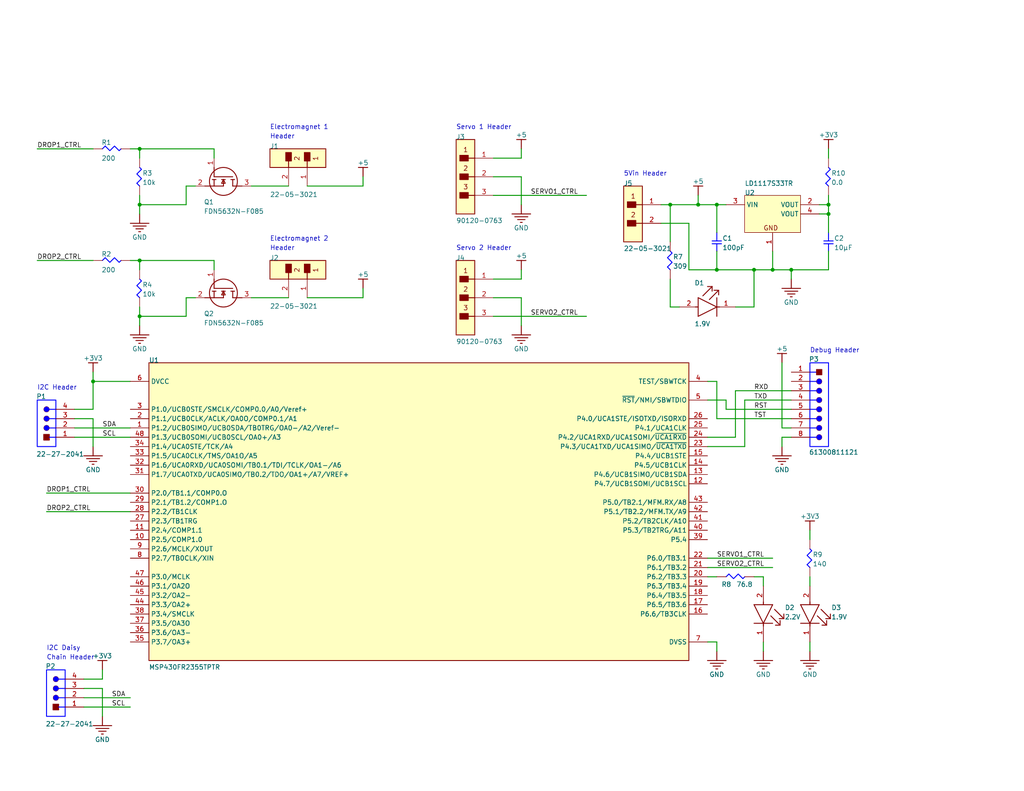
<source format=kicad_sch>
(kicad_sch (version 20230121) (generator eeschema)
  (paper "A")
  (lib_symbols
    (symbol "MSB-altium-import:+3V3" (power)
      (property "Reference" "#PWR" (at 0 0 0))
      (property "Value" "+3V3" (at 0 3.81 0))
      (symbol "+3V3_0_0"
        (polyline (pts (xy -1.27 -2.54) (xy 1.27 -2.54)) (stroke (width 0.254)))
        (polyline (pts (xy 0 0) (xy 0 -2.54)) (stroke (width 0.254)))
        (pin power_in line (at 0 0 0) (length 0) hide (name "+3V3") (number ""))
      )
    )
    (symbol "MSB-altium-import:+5" (power)
      (property "Reference" "#PWR" (at 0 0 0))
      (property "Value" "+5" (at 0 3.81 0))
      (symbol "+5_0_0"
        (polyline (pts (xy -1.27 -2.54) (xy 1.27 -2.54)) (stroke (width 0.254)))
        (polyline (pts (xy 0 0) (xy 0 -2.54)) (stroke (width 0.254)))
        (pin power_in line (at 0 0 0) (length 0) hide (name "+5") (number ""))
      )
    )
    (symbol "MSB-altium-import:GND" (power)
      (property "Reference" "#PWR" (at 0 0 0))
      (property "Value" "GND" (at 0 6.35 0))
      (symbol "GND_0_0"
        (polyline (pts (xy -2.54 -2.54) (xy 2.54 -2.54)) (stroke (width 0.254)))
        (polyline (pts (xy -1.778 -3.302) (xy 1.778 -3.302)) (stroke (width 0.254)))
        (polyline (pts (xy -1.016 -4.064) (xy 1.016 -4.064)) (stroke (width 0.254)))
        (polyline (pts (xy -0.254 -4.826) (xy 0.254 -4.826)) (stroke (width 0.254)))
        (polyline (pts (xy 0 0) (xy 0 -2.54)) (stroke (width 0.254)))
        (pin power_in line (at 0 0 0) (length 0) hide (name "GND") (number ""))
      )
    )
    (symbol "MSB-altium-import:root_0_0d3f023dd272f625e17a2be33dea85f"
      (symbol "root_0_0d3f023dd272f625e17a2be33dea85f_1_0"
        (rectangle (start -6.858 -9.398) (end -9.144 -10.922) (stroke (width 0.254)) (fill (type outline)))
        (rectangle (start -6.858 -4.318) (end -9.144 -5.842) (stroke (width 0.254)) (fill (type outline)))
        (rectangle (start -6.858 0.762) (end -9.144 -0.762) (stroke (width 0.254)) (fill (type outline)))
        (rectangle (start -5.08 5.08) (end -10.16 -15.24) (stroke (width 0.254)) (fill (type background)))
        (polyline (pts (xy -6.858 -10.16) (xy -5.08 -10.16)) (stroke (width 0.254)))
        (polyline (pts (xy -6.858 -5.08) (xy -5.08 -5.08)) (stroke (width 0.254)))
        (polyline (pts (xy -6.858 0) (xy -5.08 0)) (stroke (width 0.254)))
        (text "1" (at -6.858 3.048 0) (effects (font (size 1.27 1.27)) (justify right top)))
        (text "2" (at -6.858 -2.032 0) (effects (font (size 1.27 1.27)) (justify right top)))
        (text "3" (at -6.858 -7.112 0) (effects (font (size 1.27 1.27)) (justify right top)))
        (pin passive line (at 0 0 180) (length 5.08) (name "1") (number "1"))
        (pin passive line (at 0 -5.08 180) (length 5.08) (name "2") (number "2"))
        (pin passive line (at 0 -10.16 180) (length 5.08) (name "3") (number "3"))
      )
    )
    (symbol "MSB-altium-import:root_0_3bc925449376181038e59eaffc5286c"
      (symbol "root_0_3bc925449376181038e59eaffc5286c_1_0"
        (rectangle (start -6.858 -4.318) (end -9.144 -5.842) (stroke (width 0.254)) (fill (type outline)))
        (rectangle (start -6.858 0.762) (end -9.144 -0.762) (stroke (width 0.254)) (fill (type outline)))
        (rectangle (start -5.08 5.08) (end -10.16 -10.16) (stroke (width 0.254)) (fill (type background)))
        (polyline (pts (xy -6.858 -5.08) (xy -5.08 -5.08)) (stroke (width 0.254)))
        (polyline (pts (xy -6.858 0) (xy -5.08 0)) (stroke (width 0.254)))
        (text "1" (at -6.858 3.048 0) (effects (font (size 1.27 1.27)) (justify right top)))
        (text "2" (at -6.858 -2.032 0) (effects (font (size 1.27 1.27)) (justify right top)))
        (pin passive line (at 0 0 180) (length 5.08) (name "1") (number "1"))
        (pin passive line (at 0 -5.08 180) (length 5.08) (name "2") (number "2"))
      )
    )
    (symbol "MSB-altium-import:root_0_8706943c75ba83719d021d2fdc84c58"
      (symbol "root_0_8706943c75ba83719d021d2fdc84c58_1_0"
        (polyline (pts (xy 5.08 -2.54) (xy 10.16 0)) (stroke (width 0.254)))
        (polyline (pts (xy 5.08 0) (xy 4.318 0)) (stroke (width 0.254)))
        (polyline (pts (xy 5.08 2.54) (xy 5.08 -2.54)) (stroke (width 0.254)))
        (polyline (pts (xy 5.08 2.54) (xy 10.16 0)) (stroke (width 0.254)))
        (polyline (pts (xy 6.35 3.048) (xy 8.89 5.588)) (stroke (width 0.254)))
        (polyline (pts (xy 8.128 2.032) (xy 10.668 4.572)) (stroke (width 0.254)))
        (polyline (pts (xy 8.89 5.588) (xy 7.62 5.588)) (stroke (width 0.254)))
        (polyline (pts (xy 8.89 5.588) (xy 8.89 4.318)) (stroke (width 0.254)))
        (polyline (pts (xy 10.16 0) (xy 10.922 0)) (stroke (width 0.254)))
        (polyline (pts (xy 10.16 2.54) (xy 10.16 -2.54)) (stroke (width 0.254)))
        (polyline (pts (xy 10.668 4.572) (xy 9.398 4.572)) (stroke (width 0.254)))
        (polyline (pts (xy 10.668 4.572) (xy 10.668 3.302)) (stroke (width 0.254)))
        (pin passive line (at 15.24 0 180) (length 5.08) (name "C") (number "1"))
        (pin passive line (at 0 0 0) (length 5.08) (name "A") (number "2"))
      )
    )
    (symbol "MSB-altium-import:root_0_ERJ-6ENF76R8V"
      (symbol "root_0_ERJ-6ENF76R8V_1_0"
        (polyline (pts (xy -1.778 0.762) (xy -2.54 0)) (stroke (width 0.254) (color 0 0 255 1)))
        (polyline (pts (xy -1.778 0.762) (xy -0.508 -0.508) (xy 0.762 0.762) (xy 2.032 -0.508) (xy 2.54 0)) (stroke (width 0.254) (color 0 0 255 1)))
        (pin passive line (at -5.08 0 0) (length 2.54) (name "1") (number "1"))
        (pin passive line (at 5.08 0 180) (length 2.54) (name "2") (number "2"))
      )
    )
    (symbol "MSB-altium-import:root_0_ERJ-PB6D2000V"
      (symbol "root_0_ERJ-PB6D2000V_1_0"
        (polyline (pts (xy -1.778 0.762) (xy -2.54 0)) (stroke (width 0.254) (color 0 0 255 1)))
        (polyline (pts (xy -1.778 0.762) (xy -0.508 -0.508) (xy 0.762 0.762) (xy 2.032 -0.508) (xy 2.54 0)) (stroke (width 0.254) (color 0 0 255 1)))
        (pin passive line (at -5.08 0 0) (length 2.54) (name "1") (number "1"))
        (pin passive line (at 5.08 0 180) (length 2.54) (name "2") (number "2"))
      )
    )
    (symbol "MSB-altium-import:root_0_GCJ21BR71A106KE01L"
      (symbol "root_0_GCJ21BR71A106KE01L_1_0"
        (polyline (pts (xy -1.27 -0.508) (xy 1.27 -0.508)) (stroke (width 0.254) (color 0 0 255 1)))
        (polyline (pts (xy -1.27 0.254) (xy 1.27 0.254)) (stroke (width 0.254) (color 0 0 255 1)))
        (polyline (pts (xy 0 -2.54) (xy 0 -0.508)) (stroke (width 0.254) (color 0 0 255 1)))
        (polyline (pts (xy 0 0.254) (xy 0 2.54)) (stroke (width 0.254) (color 0 0 255 1)))
        (pin passive line (at 0 2.54 270) (length 0) (name "1") (number "1"))
        (pin passive line (at 0 -2.54 90) (length 0) (name "2") (number "2"))
      )
    )
    (symbol "MSB-altium-import:root_0_GQM2195C1H101JB01D"
      (symbol "root_0_GQM2195C1H101JB01D_1_0"
        (polyline (pts (xy -1.27 -0.508) (xy 1.27 -0.508)) (stroke (width 0.254) (color 0 0 255 1)))
        (polyline (pts (xy -1.27 0.254) (xy 1.27 0.254)) (stroke (width 0.254) (color 0 0 255 1)))
        (polyline (pts (xy 0 -2.54) (xy 0 -0.508)) (stroke (width 0.254) (color 0 0 255 1)))
        (polyline (pts (xy 0 0.254) (xy 0 2.54)) (stroke (width 0.254) (color 0 0 255 1)))
        (pin passive line (at 0 2.54 270) (length 0) (name "1") (number "1"))
        (pin passive line (at 0 -2.54 90) (length 0) (name "2") (number "2"))
      )
    )
    (symbol "MSB-altium-import:root_0_PM-REG-LD1117-SOT4"
      (symbol "root_0_PM-REG-LD1117-SOT4_1_0"
        (rectangle (start 15.24 0) (end 0 -10.16) (fill (type background)))
        (text "GND" (at 5.08 -9.652 0) (effects (font (size 1.27 1.27)) (justify left bottom)))
        (pin power_in line (at 7.62 -15.24 90) (length 5.08) (name "GND") (number "1"))
        (pin power_in line (at 20.32 -2.54 180) (length 5.08) (name "VOUT") (number "2"))
        (pin power_in line (at -5.08 -2.54 0) (length 5.08) (name "VIN") (number "3"))
        (pin power_in line (at 20.32 -5.08 180) (length 5.08) (name "VOUT") (number "4"))
      )
    )
    (symbol "MSB-altium-import:root_0_WE-CN-1P-M-R8"
      (symbol "root_0_WE-CN-1P-M-R8_1_0"
        (polyline (pts (xy 0 -20.32) (xy 1.778 -20.32)) (stroke (width 0.254) (color 0 0 255 1)))
        (polyline (pts (xy 0 -17.78) (xy 1.778 -17.78)) (stroke (width 0.254) (color 0 0 255 1)))
        (polyline (pts (xy 0 -15.24) (xy 1.778 -15.24)) (stroke (width 0.254) (color 0 0 255 1)))
        (polyline (pts (xy 0 -12.7) (xy 1.778 -12.7)) (stroke (width 0.254) (color 0 0 255 1)))
        (polyline (pts (xy 0 -10.16) (xy 1.778 -10.16)) (stroke (width 0.254) (color 0 0 255 1)))
        (polyline (pts (xy 0 -7.62) (xy 1.778 -7.62)) (stroke (width 0.254) (color 0 0 255 1)))
        (polyline (pts (xy 0 -5.08) (xy 1.778 -5.08)) (stroke (width 0.254) (color 0 0 255 1)))
        (polyline (pts (xy 0 -2.54) (xy 1.778 -2.54)) (stroke (width 0.254) (color 0 0 255 1)))
        (polyline (pts (xy 5.08 0) (xy 0 0) (xy 0 -22.86) (xy 5.08 -22.86) (xy 5.08 0)) (stroke (width 0.254) (color 0 0 255 1)))
        (circle (center 2.54 -20.32) (radius 0.762) (stroke (width 0.0001)) (fill (type color) (color 0 0 255 1)))
        (circle (center 2.54 -17.78) (radius 0.762) (stroke (width 0.0001)) (fill (type color) (color 0 0 255 1)))
        (circle (center 2.54 -15.24) (radius 0.762) (stroke (width 0.0001)) (fill (type color) (color 0 0 255 1)))
        (circle (center 2.54 -12.7) (radius 0.762) (stroke (width 0.0001)) (fill (type color) (color 0 0 255 1)))
        (circle (center 2.54 -10.16) (radius 0.762) (stroke (width 0.0001)) (fill (type color) (color 0 0 255 1)))
        (circle (center 2.54 -7.62) (radius 0.762) (stroke (width 0.0001)) (fill (type color) (color 0 0 255 1)))
        (circle (center 2.54 -5.08) (radius 0.762) (stroke (width 0.0001)) (fill (type color) (color 0 0 255 1)))
        (rectangle (start 3.302 -1.778) (end 1.778 -3.302) (fill (type outline)))
        (pin passive line (at -5.08 -2.54 0) (length 5.08) (name "1") (number "1"))
        (pin passive line (at -5.08 -5.08 0) (length 5.08) (name "2") (number "2"))
        (pin passive line (at -5.08 -7.62 0) (length 5.08) (name "3") (number "3"))
        (pin passive line (at -5.08 -10.16 0) (length 5.08) (name "4") (number "4"))
        (pin passive line (at -5.08 -12.7 0) (length 5.08) (name "5") (number "5"))
        (pin passive line (at -5.08 -15.24 0) (length 5.08) (name "6") (number "6"))
        (pin passive line (at -5.08 -17.78 0) (length 5.08) (name "7") (number "7"))
        (pin passive line (at -5.08 -20.32 0) (length 5.08) (name "8") (number "8"))
      )
    )
    (symbol "MSB-altium-import:root_0_bd983ca6877cdd146f198514b3acb3b"
      (symbol "root_0_bd983ca6877cdd146f198514b3acb3b_1_0"
        (rectangle (start 152.4 5.08) (end 5.08 -76.2) (stroke (width 0.254)) (fill (type background)))
        (pin bidirectional line (at 0 -12.7 0) (length 5.08) (name "P1.2/UCB0SIMO/UCB0SDA/TB0TRG/OA0-/A2/Veref-") (number "1"))
        (pin bidirectional line (at 0 -43.18 0) (length 5.08) (name "P2.5/COMP1.0") (number "10"))
        (pin bidirectional line (at 0 -40.64 0) (length 5.08) (name "P2.4/COMP1.1") (number "11"))
        (pin bidirectional line (at 157.48 -27.94 180) (length 5.08) (name "P4.7/UCB1SOMI/UCB1SCL") (number "12"))
        (pin bidirectional line (at 157.48 -25.4 180) (length 5.08) (name "P4.6/UCB1SIMO/UCB1SDA") (number "13"))
        (pin bidirectional line (at 157.48 -22.86 180) (length 5.08) (name "P4.5/UCB1CLK") (number "14"))
        (pin bidirectional line (at 157.48 -20.32 180) (length 5.08) (name "P4.4/UCB1STE") (number "15"))
        (pin bidirectional line (at 157.48 -63.5 180) (length 5.08) (name "P6.6/TB3CLK") (number "16"))
        (pin bidirectional line (at 157.48 -60.96 180) (length 5.08) (name "P6.5/TB3.6") (number "17"))
        (pin bidirectional line (at 157.48 -58.42 180) (length 5.08) (name "P6.4/TB3.5") (number "18"))
        (pin bidirectional line (at 157.48 -55.88 180) (length 5.08) (name "P6.3/TB3.4") (number "19"))
        (pin bidirectional line (at 0 -10.16 0) (length 5.08) (name "P1.1/UCB0CLK/ACLK/OA0O/COMP0.1/A1") (number "2"))
        (pin bidirectional line (at 157.48 -53.34 180) (length 5.08) (name "P6.2/TB3.3") (number "20"))
        (pin bidirectional line (at 157.48 -50.8 180) (length 5.08) (name "P6.1/TB3.2") (number "21"))
        (pin bidirectional line (at 157.48 -48.26 180) (length 5.08) (name "P6.0/TB3.1") (number "22"))
        (pin bidirectional line (at 157.48 -17.78 180) (length 5.08) (name "P4.3/UCA1TXD/UCA1SIMO/~{UCA1TXD}") (number "23"))
        (pin bidirectional line (at 157.48 -15.24 180) (length 5.08) (name "P4.2/UCA1RXD/UCA1SOMI/~{UCA1RXD}") (number "24"))
        (pin bidirectional line (at 157.48 -12.7 180) (length 5.08) (name "P4.1/UCA1CLK") (number "25"))
        (pin bidirectional line (at 157.48 -10.16 180) (length 5.08) (name "P4.0/UCA1STE/ISOTXD/ISORXD") (number "26"))
        (pin bidirectional line (at 0 -38.1 0) (length 5.08) (name "P2.3/TB1TRG") (number "27"))
        (pin bidirectional line (at 0 -35.56 0) (length 5.08) (name "P2.2/TB1CLK") (number "28"))
        (pin bidirectional line (at 0 -33.02 0) (length 5.08) (name "P2.1/TB1.2/COMP1.O") (number "29"))
        (pin bidirectional line (at 0 -7.62 0) (length 5.08) (name "P1.0/UCB0STE/SMCLK/COMP0.0/A0/Veref+") (number "3"))
        (pin bidirectional line (at 0 -30.48 0) (length 5.08) (name "P2.0/TB1.1/COMP0.O") (number "30"))
        (pin bidirectional line (at 0 -25.4 0) (length 5.08) (name "P1.7/UCA0TXD/UCA0SIMO/TB0.2/TDO/OA1+/A7/VREF+") (number "31"))
        (pin bidirectional line (at 0 -22.86 0) (length 5.08) (name "P1.6/UCA0RXD/UCA0SOMI/TB0.1/TDI/TCLK/OA1-/A6") (number "32"))
        (pin bidirectional line (at 0 -20.32 0) (length 5.08) (name "P1.5/UCA0CLK/TMS/OA1O/A5") (number "33"))
        (pin bidirectional line (at 0 -17.78 0) (length 5.08) (name "P1.4/UCA0STE/TCK/A4") (number "34"))
        (pin bidirectional line (at 0 -71.12 0) (length 5.08) (name "P3.7/OA3+") (number "35"))
        (pin bidirectional line (at 0 -68.58 0) (length 5.08) (name "P3.6/OA3-") (number "36"))
        (pin bidirectional line (at 0 -66.04 0) (length 5.08) (name "P3.5/OA3O") (number "37"))
        (pin bidirectional line (at 0 -63.5 0) (length 5.08) (name "P3.4/SMCLK") (number "38"))
        (pin bidirectional line (at 157.48 -43.18 180) (length 5.08) (name "P5.4") (number "39"))
        (pin bidirectional line (at 157.48 0 180) (length 5.08) (name "TEST/SBWTCK") (number "4"))
        (pin bidirectional line (at 157.48 -40.64 180) (length 5.08) (name "P5.3/TB2TRG/A11") (number "40"))
        (pin bidirectional line (at 157.48 -38.1 180) (length 5.08) (name "P5.2/TB2CLK/A10") (number "41"))
        (pin bidirectional line (at 157.48 -35.56 180) (length 5.08) (name "P5.1/TB2.2/MFM.TX/A9") (number "42"))
        (pin bidirectional line (at 157.48 -33.02 180) (length 5.08) (name "P5.0/TB2.1/MFM.RX/A8") (number "43"))
        (pin bidirectional line (at 0 -60.96 0) (length 5.08) (name "P3.3/OA2+") (number "44"))
        (pin bidirectional line (at 0 -58.42 0) (length 5.08) (name "P3.2/OA2-") (number "45"))
        (pin bidirectional line (at 0 -55.88 0) (length 5.08) (name "P3.1/OA2O") (number "46"))
        (pin bidirectional line (at 0 -53.34 0) (length 5.08) (name "P3.0/MCLK") (number "47"))
        (pin bidirectional line (at 0 -15.24 0) (length 5.08) (name "P1.3/UCB0SOMI/UCB0SCL/OA0+/A3") (number "48"))
        (pin input line (at 157.48 -5.08 180) (length 5.08) (name "~{RST}/NMI/SBWTDIO") (number "5"))
        (pin power_in line (at 0 0 0) (length 5.08) (name "DVCC") (number "6"))
        (pin power_in line (at 157.48 -71.12 180) (length 5.08) (name "DVSS") (number "7"))
        (pin bidirectional line (at 0 -48.26 0) (length 5.08) (name "P2.7/TB0CLK/XIN") (number "8"))
        (pin bidirectional line (at 0 -45.72 0) (length 5.08) (name "P2.6/MCLK/XOUT") (number "9"))
      )
    )
    (symbol "MSB-altium-import:root_1_ERJ-6ENF1002V"
      (symbol "root_1_ERJ-6ENF1002V_1_0"
        (polyline (pts (xy -0.762 -1.778) (xy 0 -2.54)) (stroke (width 0.254) (color 0 0 255 1)))
        (polyline (pts (xy -0.762 -1.778) (xy 0.508 -0.508) (xy -0.762 0.762) (xy 0.508 2.032) (xy 0 2.54)) (stroke (width 0.254) (color 0 0 255 1)))
        (pin passive line (at 0 -5.08 90) (length 2.54) (name "1") (number "1"))
        (pin passive line (at 0 5.08 270) (length 2.54) (name "2") (number "2"))
      )
    )
    (symbol "MSB-altium-import:root_1_ERJ-6ENF1400V"
      (symbol "root_1_ERJ-6ENF1400V_1_0"
        (polyline (pts (xy -0.762 -1.778) (xy 0 -2.54)) (stroke (width 0.254) (color 0 0 255 1)))
        (polyline (pts (xy -0.762 -1.778) (xy 0.508 -0.508) (xy -0.762 0.762) (xy 0.508 2.032) (xy 0 2.54)) (stroke (width 0.254) (color 0 0 255 1)))
        (pin passive line (at 0 -5.08 90) (length 2.54) (name "1") (number "1"))
        (pin passive line (at 0 5.08 270) (length 2.54) (name "2") (number "2"))
      )
    )
    (symbol "MSB-altium-import:root_1_ERJ-6ENF3090V"
      (symbol "root_1_ERJ-6ENF3090V_1_0"
        (polyline (pts (xy -0.762 -1.778) (xy 0 -2.54)) (stroke (width 0.254) (color 0 0 255 1)))
        (polyline (pts (xy -0.762 -1.778) (xy 0.508 -0.508) (xy -0.762 0.762) (xy 0.508 2.032) (xy 0 2.54)) (stroke (width 0.254) (color 0 0 255 1)))
        (pin passive line (at 0 -5.08 90) (length 2.54) (name "1") (number "1"))
        (pin passive line (at 0 5.08 270) (length 2.54) (name "2") (number "2"))
      )
    )
    (symbol "MSB-altium-import:root_1_ERJ-6GEY0R00V"
      (symbol "root_1_ERJ-6GEY0R00V_1_0"
        (polyline (pts (xy -0.762 -1.778) (xy 0 -2.54)) (stroke (width 0.254) (color 0 0 255 1)))
        (polyline (pts (xy -0.762 -1.778) (xy 0.508 -0.508) (xy -0.762 0.762) (xy 0.508 2.032) (xy 0 2.54)) (stroke (width 0.254) (color 0 0 255 1)))
        (pin passive line (at 0 -5.08 90) (length 2.54) (name "1") (number "1"))
        (pin passive line (at 0 5.08 270) (length 2.54) (name "2") (number "2"))
      )
    )
    (symbol "MSB-altium-import:root_2_CN-1P-M-R4"
      (symbol "root_2_CN-1P-M-R4_1_0"
        (circle (center -2.54 5.08) (radius 0.762) (stroke (width 0.0001)) (fill (type color) (color 0 0 255 1)))
        (circle (center -2.54 7.62) (radius 0.762) (stroke (width 0.0001)) (fill (type color) (color 0 0 255 1)))
        (circle (center -2.54 10.16) (radius 0.762) (stroke (width 0.0001)) (fill (type color) (color 0 0 255 1)))
        (rectangle (start -1.778 3.302) (end -3.302 1.778) (stroke (width 0.254)) (fill (type outline)))
        (polyline (pts (xy 0 2.54) (xy -1.778 2.54)) (stroke (width 0.254) (color 0 0 255 1)))
        (polyline (pts (xy 0 5.08) (xy -1.778 5.08)) (stroke (width 0.254) (color 0 0 255 1)))
        (polyline (pts (xy 0 7.62) (xy -1.778 7.62)) (stroke (width 0.254) (color 0 0 255 1)))
        (polyline (pts (xy 0 10.16) (xy -1.778 10.16)) (stroke (width 0.254) (color 0 0 255 1)))
        (polyline (pts (xy 0 0) (xy 0 12.7) (xy -5.08 12.7) (xy -5.08 0) (xy 0 0)) (stroke (width 0.254) (color 0 0 255 1)))
        (pin passive line (at 5.08 2.54 180) (length 5.08) (name "1") (number "1"))
        (pin passive line (at 5.08 5.08 180) (length 5.08) (name "2") (number "2"))
        (pin passive line (at 5.08 7.62 180) (length 5.08) (name "3") (number "3"))
        (pin passive line (at 5.08 10.16 180) (length 5.08) (name "4") (number "4"))
      )
    )
    (symbol "MSB-altium-import:root_3_3bc925449376181038e59eaffc5286c"
      (symbol "root_3_3bc925449376181038e59eaffc5286c_1_0"
        (rectangle (start -4.318 9.144) (end -5.842 6.858) (stroke (width 0.254)) (fill (type outline)))
        (polyline (pts (xy -5.08 6.858) (xy -5.08 5.08)) (stroke (width 0.254)))
        (polyline (pts (xy 0 6.858) (xy 0 5.08)) (stroke (width 0.254)))
        (rectangle (start 0.762 9.144) (end -0.762 6.858) (stroke (width 0.254)) (fill (type outline)))
        (rectangle (start 5.08 10.16) (end -10.16 5.08) (stroke (width 0.254)) (fill (type background)))
        (text "1" (at 3.048 6.858 900) (effects (font (size 1.27 1.27)) (justify left bottom)))
        (text "2" (at -2.032 6.858 900) (effects (font (size 1.27 1.27)) (justify left bottom)))
        (pin passive line (at 0 0 90) (length 5.08) (name "1") (number "1"))
        (pin passive line (at -5.08 0 90) (length 5.08) (name "2") (number "2"))
      )
    )
    (symbol "MSB-altium-import:root_3_8706943c75ba83719d021d2fdc84c58"
      (symbol "root_3_8706943c75ba83719d021d2fdc84c58_1_0"
        (polyline (pts (xy -2.54 -5.08) (xy 0 -10.16)) (stroke (width 0.254)))
        (polyline (pts (xy 0 -10.16) (xy 0 -10.922)) (stroke (width 0.254)))
        (polyline (pts (xy 0 -5.08) (xy 0 -4.318)) (stroke (width 0.254)))
        (polyline (pts (xy 2.032 -8.128) (xy 4.572 -10.668)) (stroke (width 0.254)))
        (polyline (pts (xy 2.54 -10.16) (xy -2.54 -10.16)) (stroke (width 0.254)))
        (polyline (pts (xy 2.54 -5.08) (xy -2.54 -5.08)) (stroke (width 0.254)))
        (polyline (pts (xy 2.54 -5.08) (xy 0 -10.16)) (stroke (width 0.254)))
        (polyline (pts (xy 3.048 -6.35) (xy 5.588 -8.89)) (stroke (width 0.254)))
        (polyline (pts (xy 4.572 -10.668) (xy 3.302 -10.668)) (stroke (width 0.254)))
        (polyline (pts (xy 4.572 -10.668) (xy 4.572 -9.398)) (stroke (width 0.254)))
        (polyline (pts (xy 5.588 -8.89) (xy 4.318 -8.89)) (stroke (width 0.254)))
        (polyline (pts (xy 5.588 -8.89) (xy 5.588 -7.62)) (stroke (width 0.254)))
        (pin passive line (at 0 -15.24 90) (length 5.08) (name "C") (number "1"))
        (pin passive line (at 0 0 270) (length 5.08) (name "A") (number "2"))
      )
    )
    (symbol "MSB-altium-import:root_3_FDN5632N-F085"
      (symbol "root_3_FDN5632N-F085_1_0"
        (polyline (pts (xy -2.54 -7.62) (xy 2.54 -7.62)) (stroke (width 0.254)))
        (polyline (pts (xy 0 -7.62) (xy 0 -5.842)) (stroke (width 0.254)))
        (polyline (pts (xy 0 -5.08) (xy 0 -2.54)) (stroke (width 0.254)))
        (polyline (pts (xy 0.508 -5.842) (xy -0.508 -5.842)) (stroke (width 0.254)))
        (polyline (pts (xy 2.54 -5.842) (xy 2.54 -7.62)) (stroke (width 0.254)))
        (polyline (pts (xy 3.048 -5.842) (xy 2.032 -5.842)) (stroke (width 0.254)))
        (polyline (pts (xy 4.572 -5.842) (xy 5.588 -5.842)) (stroke (width 0.254)))
        (polyline (pts (xy 5.08 -5.842) (xy 5.08 -7.62)) (stroke (width 0.254)))
        (polyline (pts (xy 5.08 -5.08) (xy 0 -5.08)) (stroke (width 0.254)))
        (polyline (pts (xy 7.62 -7.62) (xy 5.08 -7.62)) (stroke (width 0.254)))
        (polyline (pts (xy 2.54 -5.842) (xy 3.048 -6.858) (xy 2.032 -6.858) (xy 2.54 -5.842)) (stroke (width 0.254)) (fill (type background)))
        (circle (center 2.54 -6.35) (radius 3.81) (stroke (width 0.254)))
        (pin passive line (at 0 0 270) (length 2.54) (name "G") (number "1"))
        (pin passive line (at -5.08 -7.62 0) (length 2.54) (name "S") (number "2"))
        (pin passive line (at 10.16 -7.62 180) (length 2.54) (name "D") (number "3"))
      )
    )
  )
  (junction (at 205.74 73.66))
  (junction (at 182.88 55.88))
  (junction (at 215.9 73.66))
  (junction (at 195.58 55.88))
  (junction (at 195.58 73.66))
  (junction (at 210.82 73.66))
  (junction (at 38.1 40.64))
  (junction (at 190.5 55.88))
  (junction (at 226.06 58.42))
  (junction (at 25.4 104.14))
  (junction (at 38.1 86.36))
  (junction (at 226.06 55.88))
  (junction (at 38.1 55.88))
  (junction (at 38.1 71.12))
  (wire (pts (xy 35.56 71.12) (xy 38.1 71.12)) (stroke (width 0.254)))
  (wire (pts (xy 27.94 187.96) (xy 27.94 195.58)) (stroke (width 0.254)))
  (wire (pts (xy 200.66 83.82) (xy 205.74 83.82)) (stroke (width 0.254)))
  (wire (pts (xy 58.42 71.12) (xy 58.42 73.66)) (stroke (width 0.254)))
  (wire (pts (xy 193.04 152.4) (xy 210.82 152.4)) (stroke (width 0.254)))
  (wire (pts (xy 27.94 185.42) (xy 27.94 182.88)) (stroke (width 0.254)))
  (wire (pts (xy 208.28 157.48) (xy 208.28 160.02)) (stroke (width 0.254)))
  (wire (pts (xy 38.1 71.12) (xy 58.42 71.12)) (stroke (width 0.254)))
  (wire (pts (xy 25.4 101.6) (xy 25.4 104.14)) (stroke (width 0.254)))
  (wire (pts (xy 187.96 73.66) (xy 195.58 73.66)) (stroke (width 0.254)))
  (wire (pts (xy 68.58 81.28) (xy 78.74 81.28)) (stroke (width 0.254)))
  (wire (pts (xy 200.66 106.68) (xy 215.9 106.68)) (stroke (width 0.254)))
  (wire (pts (xy 38.1 40.64) (xy 58.42 40.64)) (stroke (width 0.254)))
  (wire (pts (xy 195.58 114.3) (xy 195.58 104.14)) (stroke (width 0.254)))
  (wire (pts (xy 38.1 55.88) (xy 50.8 55.88)) (stroke (width 0.254)))
  (wire (pts (xy 182.88 55.88) (xy 182.88 66.04)) (stroke (width 0.254)))
  (wire (pts (xy 223.52 55.88) (xy 226.06 55.88)) (stroke (width 0.254)))
  (wire (pts (xy 200.66 119.38) (xy 200.66 106.68)) (stroke (width 0.254)))
  (wire (pts (xy 20.32 114.3) (xy 25.4 114.3)) (stroke (width 0.254)))
  (wire (pts (xy 50.8 81.28) (xy 53.34 81.28)) (stroke (width 0.254)))
  (wire (pts (xy 193.04 175.26) (xy 195.58 175.26)) (stroke (width 0.254)))
  (wire (pts (xy 182.88 76.2) (xy 182.88 83.82)) (stroke (width 0.254)))
  (wire (pts (xy 180.34 60.96) (xy 187.96 60.96)) (stroke (width 0.254)))
  (wire (pts (xy 190.5 55.88) (xy 195.58 55.88)) (stroke (width 0.254)))
  (wire (pts (xy 35.56 119.38) (xy 20.32 119.38)) (stroke (width 0.254)))
  (wire (pts (xy 220.98 175.26) (xy 220.98 177.8)) (stroke (width 0.254)))
  (wire (pts (xy 38.1 88.9) (xy 38.1 86.36)) (stroke (width 0.254)))
  (wire (pts (xy 50.8 50.8) (xy 53.34 50.8)) (stroke (width 0.254)))
  (wire (pts (xy 22.86 187.96) (xy 27.94 187.96)) (stroke (width 0.254)))
  (wire (pts (xy 134.62 81.28) (xy 142.24 81.28)) (stroke (width 0.254)))
  (wire (pts (xy 142.24 76.2) (xy 142.24 73.66)) (stroke (width 0.254)))
  (wire (pts (xy 195.58 55.88) (xy 195.58 63.5)) (stroke (width 0.254)))
  (wire (pts (xy 215.9 73.66) (xy 226.06 73.66)) (stroke (width 0.254)))
  (wire (pts (xy 38.1 40.64) (xy 38.1 43.18)) (stroke (width 0.254)))
  (wire (pts (xy 25.4 71.12) (xy 10.16 71.12)) (stroke (width 0.254)))
  (wire (pts (xy 25.4 40.64) (xy 10.16 40.64)) (stroke (width 0.254)))
  (wire (pts (xy 180.34 55.88) (xy 182.88 55.88)) (stroke (width 0.254)))
  (wire (pts (xy 58.42 40.64) (xy 58.42 43.18)) (stroke (width 0.254)))
  (wire (pts (xy 193.04 157.48) (xy 195.58 157.48)) (stroke (width 0.254)))
  (wire (pts (xy 195.58 73.66) (xy 205.74 73.66)) (stroke (width 0.254)))
  (wire (pts (xy 205.74 73.66) (xy 210.82 73.66)) (stroke (width 0.254)))
  (wire (pts (xy 220.98 160.02) (xy 220.98 157.48)) (stroke (width 0.254)))
  (wire (pts (xy 38.1 83.82) (xy 38.1 86.36)) (stroke (width 0.254)))
  (wire (pts (xy 226.06 55.88) (xy 226.06 58.42)) (stroke (width 0.254)))
  (wire (pts (xy 25.4 114.3) (xy 25.4 121.92)) (stroke (width 0.254)))
  (wire (pts (xy 142.24 48.26) (xy 142.24 55.88)) (stroke (width 0.254)))
  (wire (pts (xy 205.74 157.48) (xy 208.28 157.48)) (stroke (width 0.254)))
  (wire (pts (xy 22.86 190.5) (xy 35.56 190.5)) (stroke (width 0.254)))
  (wire (pts (xy 198.12 111.76) (xy 198.12 109.22)) (stroke (width 0.254)))
  (wire (pts (xy 210.82 68.58) (xy 210.82 73.66)) (stroke (width 0.254)))
  (wire (pts (xy 182.88 83.82) (xy 185.42 83.82)) (stroke (width 0.254)))
  (wire (pts (xy 203.2 109.22) (xy 203.2 121.92)) (stroke (width 0.254)))
  (wire (pts (xy 195.58 68.58) (xy 195.58 73.66)) (stroke (width 0.254)))
  (wire (pts (xy 215.9 119.38) (xy 213.36 119.38)) (stroke (width 0.254)))
  (wire (pts (xy 203.2 121.92) (xy 193.04 121.92)) (stroke (width 0.254)))
  (wire (pts (xy 50.8 55.88) (xy 50.8 50.8)) (stroke (width 0.254)))
  (wire (pts (xy 215.9 114.3) (xy 195.58 114.3)) (stroke (width 0.254)))
  (wire (pts (xy 195.58 175.26) (xy 195.58 177.8)) (stroke (width 0.254)))
  (wire (pts (xy 142.24 43.18) (xy 142.24 40.64)) (stroke (width 0.254)))
  (wire (pts (xy 220.98 147.32) (xy 220.98 144.78)) (stroke (width 0.254)))
  (wire (pts (xy 50.8 86.36) (xy 50.8 81.28)) (stroke (width 0.254)))
  (wire (pts (xy 190.5 53.34) (xy 190.5 55.88)) (stroke (width 0.254)))
  (wire (pts (xy 35.56 40.64) (xy 38.1 40.64)) (stroke (width 0.254)))
  (wire (pts (xy 134.62 43.18) (xy 142.24 43.18)) (stroke (width 0.254)))
  (wire (pts (xy 213.36 119.38) (xy 213.36 121.92)) (stroke (width 0.254)))
  (wire (pts (xy 226.06 58.42) (xy 226.06 63.5)) (stroke (width 0.254)))
  (wire (pts (xy 223.52 58.42) (xy 226.06 58.42)) (stroke (width 0.254)))
  (wire (pts (xy 226.06 73.66) (xy 226.06 68.58)) (stroke (width 0.254)))
  (wire (pts (xy 99.06 50.8) (xy 99.06 48.26)) (stroke (width 0.254)))
  (wire (pts (xy 68.58 50.8) (xy 78.74 50.8)) (stroke (width 0.254)))
  (wire (pts (xy 83.82 81.28) (xy 99.06 81.28)) (stroke (width 0.254)))
  (wire (pts (xy 22.86 193.04) (xy 35.56 193.04)) (stroke (width 0.254)))
  (wire (pts (xy 198.12 55.88) (xy 195.58 55.88)) (stroke (width 0.254)))
  (wire (pts (xy 35.56 134.62) (xy 12.7 134.62)) (stroke (width 0.254)))
  (wire (pts (xy 215.9 73.66) (xy 215.9 76.2)) (stroke (width 0.254)))
  (wire (pts (xy 35.56 116.84) (xy 20.32 116.84)) (stroke (width 0.254)))
  (wire (pts (xy 25.4 104.14) (xy 35.56 104.14)) (stroke (width 0.254)))
  (wire (pts (xy 134.62 76.2) (xy 142.24 76.2)) (stroke (width 0.254)))
  (wire (pts (xy 38.1 58.42) (xy 38.1 55.88)) (stroke (width 0.254)))
  (wire (pts (xy 134.62 86.36) (xy 160.02 86.36)) (stroke (width 0.254)))
  (wire (pts (xy 205.74 83.82) (xy 205.74 73.66)) (stroke (width 0.254)))
  (wire (pts (xy 99.06 81.28) (xy 99.06 78.74)) (stroke (width 0.254)))
  (wire (pts (xy 20.32 111.76) (xy 25.4 111.76)) (stroke (width 0.254)))
  (wire (pts (xy 193.04 154.94) (xy 210.82 154.94)) (stroke (width 0.254)))
  (wire (pts (xy 142.24 81.28) (xy 142.24 88.9)) (stroke (width 0.254)))
  (wire (pts (xy 187.96 60.96) (xy 187.96 73.66)) (stroke (width 0.254)))
  (wire (pts (xy 35.56 139.7) (xy 12.7 139.7)) (stroke (width 0.254)))
  (wire (pts (xy 22.86 185.42) (xy 27.94 185.42)) (stroke (width 0.254)))
  (wire (pts (xy 215.9 116.84) (xy 213.36 116.84)) (stroke (width 0.254)))
  (wire (pts (xy 195.58 104.14) (xy 193.04 104.14)) (stroke (width 0.254)))
  (wire (pts (xy 38.1 71.12) (xy 38.1 73.66)) (stroke (width 0.254)))
  (wire (pts (xy 182.88 55.88) (xy 190.5 55.88)) (stroke (width 0.254)))
  (wire (pts (xy 198.12 109.22) (xy 193.04 109.22)) (stroke (width 0.254)))
  (wire (pts (xy 215.9 111.76) (xy 198.12 111.76)) (stroke (width 0.254)))
  (wire (pts (xy 210.82 73.66) (xy 215.9 73.66)) (stroke (width 0.254)))
  (wire (pts (xy 215.9 109.22) (xy 203.2 109.22)) (stroke (width 0.254)))
  (wire (pts (xy 25.4 111.76) (xy 25.4 104.14)) (stroke (width 0.254)))
  (wire (pts (xy 83.82 50.8) (xy 99.06 50.8)) (stroke (width 0.254)))
  (wire (pts (xy 38.1 53.34) (xy 38.1 55.88)) (stroke (width 0.254)))
  (wire (pts (xy 134.62 48.26) (xy 142.24 48.26)) (stroke (width 0.254)))
  (wire (pts (xy 208.28 175.26) (xy 208.28 177.8)) (stroke (width 0.254)))
  (wire (pts (xy 38.1 86.36) (xy 50.8 86.36)) (stroke (width 0.254)))
  (wire (pts (xy 193.04 119.38) (xy 200.66 119.38)) (stroke (width 0.254)))
  (wire (pts (xy 226.06 53.34) (xy 226.06 55.88)) (stroke (width 0.254)))
  (wire (pts (xy 226.06 40.64) (xy 226.06 43.18)) (stroke (width 0.254)))
  (wire (pts (xy 213.36 116.84) (xy 213.36 99.06)) (stroke (width 0.254)))
  (wire (pts (xy 134.62 53.34) (xy 160.02 53.34)) (stroke (width 0.254)))
  (text "Debug Header" (at 220.98 96.52 0) (effects (font (size 1.27 1.27)) (justify left bottom)))
  (text "Servo 1 Header" (at 124.46 35.56 0) (effects (font (size 1.27 1.27)) (justify left bottom)))
  (text "I2C Daisy" (at 12.7 177.8 0) (effects (font (size 1.27 1.27)) (justify left bottom)))
  (text "I2C Header" (at 10.16 106.68 0) (effects (font (size 1.27 1.27)) (justify left bottom)))
  (text "Chain Header" (at 12.7 180.34 0) (effects (font (size 1.27 1.27)) (justify left bottom)))
  (text "5Vin Header" (at 170.18 48.26 0) (effects (font (size 1.27 1.27)) (justify left bottom)))
  (text "Header" (at 73.66 68.58 0) (effects (font (size 1.27 1.27)) (justify left bottom)))
  (text "Electromagnet 2" (at 73.66 66.04 0) (effects (font (size 1.27 1.27)) (justify left bottom)))
  (text "Electromagnet 1" (at 73.66 35.56 0) (effects (font (size 1.27 1.27)) (justify left bottom)))
  (text "Header" (at 73.66 38.1 0) (effects (font (size 1.27 1.27)) (justify left bottom)))
  (text "Servo 2 Header" (at 124.46 68.58 0) (effects (font (size 1.27 1.27)) (justify left bottom)))
  (label "RXD" (at 205.74 106.68 0))
  (label "DROP2_CTRL" (at 10.16 71.12 0))
  (label "RST" (at 205.74 111.76 0))
  (label "DROP1_CTRL" (at 10.16 40.64 0))
  (label "SCL" (at 30.48 193.04 0))
  (label "SDA" (at 30.48 190.5 0))
  (label "SERVO1_CTRL" (at 144.78 53.34 0))
  (label "SERVO2_CTRL" (at 195.58 154.94 0))
  (label "TXD" (at 205.74 109.22 0))
  (label "DROP1_CTRL" (at 12.7 134.62 0))
  (label "TST" (at 205.74 114.3 0))
  (label "DROP2_CTRL" (at 12.7 139.7 0))
  (label "SCL" (at 27.94 119.38 0))
  (label "SERVO1_CTRL" (at 195.58 152.4 0))
  (label "SERVO2_CTRL" (at 144.78 86.36 0))
  (label "SDA" (at 27.94 116.84 0))
  (symbol (lib_id "MSB-altium-import:GND") (at 25.4 121.92 0) (unit 1)
    (property "Reference" "#PWR0113" (effects hide))
    (property "Value" "GND" (at 25.4 128.27 0))
  )
  (symbol (lib_id "MSB-altium-import:+3V3") (at 226.06 40.64 180) (unit 1)
    (property "Reference" "#PWR0119" (effects hide))
    (property "Value" "+3V3" (at 226.06 36.83 0))
  )
  (symbol (lib_id "MSB-altium-import:root_0_PM-REG-LD1117-SOT4") (at 203.2 53.34 0) (unit 1)
    (property "Reference" "U2" (at 203.2 53.34 0) (effects (justify left bottom)))
    (property "Value" "LD1117S33TR" (at 203.2 50.8 0) (effects (justify left bottom)))
    (property "Footprint" "AltiumImport:SOT-223_L" (effects hide))
    (property "MANUFACTURER" "Onsemi" (effects hide))
    (property "MANUFACTURER PART NUMBER" "LD1117S33TR" (effects hide))
    (property "DATASHEET URL" "http://www.st.com/internet/com/TECHNICAL_RESOURCES/TECHNICAL_LITERATURE/DATASHEET/CD00000544.pdf" (effects hide))
  )
  (symbol (lib_id "MSB-altium-import:root_3_8706943c75ba83719d021d2fdc84c58") (at 208.28 160.02 0) (unit 1)
    (property "Reference" "D2" (at 214.122 166.624 0) (effects (justify left bottom)))
    (property "Value" "2.2V" (at 214.122 169.164 0) (effects (justify left bottom)))
    (property "Footprint" "AltiumImport:FP-LTST-C171GKT-MFG" (effects hide))
    (property "LUMINOUS INTENSITY" "12mcd" (effects hide))
    (property "MOUNT" "Surface Mount" (effects hide))
    (property "PACKAGING" "Tape and Reel" (effects hide))
    (property "COLOR" "Green" (effects hide))
    (property "FORWARD VOLTAGE" "2.1V" (effects hide))
    (property "ALTIUM_VALUE" "2.1V" (effects hide))
    (property "MANUFACTURER" "Vishay" (effects hide))
    (property "MANUFACTURER PART NUMBER" "LTST-C171GKT" (effects hide))
  )
  (symbol (lib_id "MSB-altium-import:GND") (at 38.1 88.9 0) (unit 1)
    (property "Reference" "#PWR0109" (effects hide))
    (property "Value" "GND" (at 38.1 95.25 0))
  )
  (symbol (lib_id "MSB-altium-import:root_1_ERJ-6GEY0R00V") (at 226.06 48.26 0) (unit 1)
    (property "Reference" "R10" (at 226.822 48.006 0) (effects (justify left bottom)))
    (property "Value" "0.0" (at 226.822 50.546 0) (effects (justify left bottom)))
    (property "Footprint" "AltiumImport:SMD-0805-RES" (effects hide))
    (property "MANUFACTURER" "Panasonic Electronic Components" (effects hide))
    (property "QUANTITY AVAILABLE" "1597627" (effects hide))
    (property "UNIT PRICE (USD)" "0.00544" (effects hide))
    (property "PACKAGING" "Cut Tape (CT)" (effects hide))
    (property "ALTIUM_VALUE" "0.0" (effects hide))
    (property "TOLERANCE" "Jumper" (effects hide))
    (property "POWER (WATTS)" "0.125W, 1/8W" (effects hide))
    (property "OPERATING TEMPERATURE" "-55°C ~ 155°C" (effects hide))
    (property "PACKAGE / CASE" "0805 (2012 Metric)" (effects hide))
    (property "MANUFACTURER PART NUMBER" "ERJ-6GEY0R00V" (effects hide))
    (property "DATASHEET URL" "http://industrial.panasonic.com/www-cgi/jvcr13pz.cgi?E+PZ+3+AOA0001+ERJ6GEY0R00V+7+WW" (effects hide))
  )
  (symbol (lib_id "MSB-altium-import:+5") (at 142.24 40.64 180) (unit 1)
    (property "Reference" "#PWR0117" (effects hide))
    (property "Value" "+5" (at 142.24 36.83 0))
  )
  (symbol (lib_id "MSB-altium-import:root_3_FDN5632N-F085") (at 58.42 43.18 0) (unit 1)
    (property "Reference" "Q1" (at 55.626 55.88 0) (effects (justify left bottom)))
    (property "Value" "FDN5632N-F085" (at 55.626 58.42 0) (effects (justify left bottom)))
    (property "Footprint" "AltiumImport:SOT95P237X122-3N" (effects hide))
    (property "MANUFACTURER" "Onsemi" (effects hide))
    (property "MANUFACTURER PART NUMBER" "FDN5632N-F085" (effects hide))
    (property "DATASHEET URL" "https://www.onsemi.com/pub/Collateral/FDN5632N_F085-D.PDF" (effects hide))
  )
  (symbol (lib_id "MSB-altium-import:root_3_8706943c75ba83719d021d2fdc84c58") (at 220.98 160.02 0) (unit 1)
    (property "Reference" "D3" (at 226.822 166.624 0) (effects (justify left bottom)))
    (property "Value" "1.9V" (at 226.822 169.164 0) (effects (justify left bottom)))
    (property "Footprint" "AltiumImport:FP-150080SS75000-MFG" (effects hide))
    (property "PACKAGING" "Cut Tape" (effects hide))
    (property "FORWARD VOLTAGE" "1.9V" (effects hide))
    (property "LUMINOUS INTENSITY" "60mcd" (effects hide))
    (property "MOUNT" "Surface Mount" (effects hide))
    (property "COLOR" "Red" (effects hide))
    (property "ALTIUM_VALUE" "1.9V" (effects hide))
    (property "MANUFACTURER" "Wurth Elektronik" (effects hide))
    (property "MANUFACTURER PART NUMBER" "150080SS75000" (effects hide))
  )
  (symbol (lib_id "MSB-altium-import:root_0_ERJ-PB6D2000V") (at 30.48 71.12 0) (unit 1)
    (property "Reference" "R2" (at 27.686 70.104 0) (effects (justify left bottom)))
    (property "Value" "200" (at 27.686 74.422 0) (effects (justify left bottom)))
    (property "Footprint" "AltiumImport:SMD-0805-RES" (effects hide))
    (property "MANUFACTURER" "Panasonic Electronic Components" (effects hide))
    (property "QUANTITY AVAILABLE" "10000" (effects hide))
    (property "UNIT PRICE (USD)" "0.04968" (effects hide))
    (property "PACKAGING" "Cut Tape (CT)" (effects hide))
    (property "ALTIUM_VALUE" "200" (effects hide))
    (property "TOLERANCE" "±0.5%" (effects hide))
    (property "POWER (WATTS)" "0.25W, 1/4W" (effects hide))
    (property "OPERATING TEMPERATURE" "-55°C ~ 155°C" (effects hide))
    (property "PACKAGE / CASE" "0805 (2012 Metric)" (effects hide))
    (property "MANUFACTURER PART NUMBER" "ERJ-PB6D2000V" (effects hide))
    (property "DATASHEET URL" "https://industrial.panasonic.com/cdbs/www-data/pdf/RDA0000/AOA0000C100.pdf" (effects hide))
  )
  (symbol (lib_id "MSB-altium-import:root_3_3bc925449376181038e59eaffc5286c") (at 83.82 50.8 0) (unit 1)
    (property "Reference" "J1" (at 73.66 40.64 0) (effects (justify left bottom)))
    (property "Value" "22-05-3021" (at 73.66 53.848 0) (effects (justify left bottom)))
    (property "Footprint" "AltiumImport:FP-22-05-3021-MFG" (effects hide))
    (property "COLOR" "White" (effects hide))
    (property "MOUNT" "Through Hole" (effects hide))
    (property "PACKAGING" "Bulk" (effects hide))
    (property "PITCH" "2.54mm" (effects hide))
    (property "ORIENTATION" "Right Angle" (effects hide))
    (property "MANUFACTURER" "Molex" (effects hide))
    (property "MANUFACTURER PART NUMBER" "22-05-3021" (effects hide))
  )
  (symbol (lib_id "MSB-altium-import:root_2_CN-1P-M-R4") (at 15.24 121.92 0) (unit 1)
    (property "Reference" "P1" (at 9.906 108.966 0) (effects (justify left bottom)))
    (property "Value" "22-27-2041" (at 9.906 124.714 0) (effects (justify left bottom)))
    (property "Footprint" "AltiumImport:MOLX-22-27-2041_V" (effects hide))
    (property "MANUFACTURER" "Molex" (effects hide))
    (property "OPERATING TEMPERATURE" "0degCto+75degC" (effects hide))
    (property "DATASHEET URL" "http://www.molex.com/pdm_docs/sd/022272041_sd.pdf" (effects hide))
    (property "MANUFACTURER PART NUMBER" "22-27-2041" (effects hide))
  )
  (symbol (lib_id "MSB-altium-import:root_0_WE-CN-1P-M-R8") (at 220.98 99.06 0) (unit 1)
    (property "Reference" "P3" (at 220.726 98.806 0) (effects (justify left bottom)))
    (property "Value" "61300811121" (at 220.726 124.206 0) (effects (justify left bottom)))
    (property "Footprint" "AltiumImport:61300811121" (effects hide))
    (property "OPERATING TEMPERATURE" "-40to105degC" (effects hide))
    (property "ORIENTATION" "Vertical" (effects hide))
    (property "MANUFACTURER" "Wurth Elektronik" (effects hide))
    (property "PACKAGING" "Bag" (effects hide))
    (property "PITCH" "2.54mm" (effects hide))
    (property "DATASHEET URL" "https://katalog.we-online.de/em/datasheet/6130xx11121.pdf" (effects hide))
    (property "MANUFACTURER PART NUMBER" "61300811121" (effects hide))
    (property "MOUNT" "Through Hole" (effects hide))
  )
  (symbol (lib_id "MSB-altium-import:GND") (at 142.24 88.9 0) (unit 1)
    (property "Reference" "#PWR0114" (effects hide))
    (property "Value" "GND" (at 142.24 95.25 0))
  )
  (symbol (lib_id "MSB-altium-import:root_3_FDN5632N-F085") (at 58.42 73.66 0) (unit 1)
    (property "Reference" "Q2" (at 55.626 86.36 0) (effects (justify left bottom)))
    (property "Value" "FDN5632N-F085" (at 55.626 88.9 0) (effects (justify left bottom)))
    (property "Footprint" "AltiumImport:SOT95P237X122-3N" (effects hide))
    (property "MANUFACTURER" "Onsemi" (effects hide))
    (property "MANUFACTURER PART NUMBER" "FDN5632N-F085" (effects hide))
    (property "DATASHEET URL" "https://www.onsemi.com/pub/Collateral/FDN5632N_F085-D.PDF" (effects hide))
  )
  (symbol (lib_id "MSB-altium-import:root_0_0d3f023dd272f625e17a2be33dea85f") (at 134.62 76.2 0) (unit 1)
    (property "Reference" "J4" (at 124.46 71.12 0) (effects (justify left bottom)))
    (property "Value" "90120-0763" (at 124.46 93.98 0) (effects (justify left bottom)))
    (property "Footprint" "AltiumImport:FP-90120-0763-MFG" (effects hide))
    (property "MANUFACTURER PART NUMBER" "90120-0763" (effects hide))
    (property "PITCH" "2.54mm" (effects hide))
    (property "MANUFACTURER" "Molex" (effects hide))
    (property "MOUNT" "Board-To-Board Connector, C-Grid III 90120 Series, Through Hole, Header, 3, 2.54 mm" (effects hide))
    (property "DATASHEET URL" "https://www.molex.com/webdocs/datasheets/pdf/en-us/0901200763_PCB_HEADERS.pdf" (effects hide))
  )
  (symbol (lib_id "MSB-altium-import:root_0_GQM2195C1H101JB01D") (at 195.58 66.04 0) (unit 1)
    (property "Reference" "C1" (at 197.104 65.786 0) (effects (justify left bottom)))
    (property "Value" "100pF" (at 197.104 68.326 0) (effects (justify left bottom)))
    (property "Footprint" "AltiumImport:SMD-0805C" (effects hide))
    (property "MANUFACTURER" "Murata Electronics North America" (effects hide))
    (property "QUANTITY AVAILABLE" "5437" (effects hide))
    (property "UNIT PRICE (USD)" "1.22" (effects hide))
    (property "PACKAGING" "Cut Tape (CT)" (effects hide))
    (property "ALTIUM_VALUE" "100pF" (effects hide))
    (property "TOLERANCE" "±5%" (effects hide))
    (property "OPERATING TEMPERATURE" "-55°C ~ 125°C" (effects hide))
    (property "PACKAGE / CASE" "0805 (2012 Metric)" (effects hide))
    (property "MANUFACTURER PART NUMBER" "GQM2195C1H101JB01D" (effects hide))
    (property "MOUNT" "Surface Mount, MLCC" (effects hide))
    (property "DATASHEET URL" "http://www.murata.com/~/media/webrenewal/support/library/catalog/products/capacitor/mlcc/c02e.pdf" (effects hide))
  )
  (symbol (lib_id "MSB-altium-import:root_0_0d3f023dd272f625e17a2be33dea85f") (at 134.62 43.18 0) (unit 1)
    (property "Reference" "J3" (at 124.46 38.1 0) (effects (justify left bottom)))
    (property "Value" "90120-0763" (at 124.46 60.96 0) (effects (justify left bottom)))
    (property "Footprint" "AltiumImport:FP-90120-0763-MFG" (effects hide))
    (property "MANUFACTURER PART NUMBER" "90120-0763" (effects hide))
    (property "PITCH" "2.54mm" (effects hide))
    (property "MANUFACTURER" "Molex" (effects hide))
    (property "MOUNT" "Board-To-Board Connector, C-Grid III 90120 Series, Through Hole, Header, 3, 2.54 mm" (effects hide))
    (property "DATASHEET URL" "https://www.molex.com/webdocs/datasheets/pdf/en-us/0901200763_PCB_HEADERS.pdf" (effects hide))
  )
  (symbol (lib_id "MSB-altium-import:root_0_ERJ-6ENF76R8V") (at 200.66 157.48 0) (unit 1)
    (property "Reference" "R8" (at 196.85 160.274 0) (effects (justify left bottom)))
    (property "Value" "76.8" (at 200.914 160.274 0) (effects (justify left bottom)))
    (property "Footprint" "AltiumImport:SMD-0805-RES" (effects hide))
    (property "MANUFACTURER" "Panasonic Electronic Components" (effects hide))
    (property "QUANTITY AVAILABLE" "23882" (effects hide))
    (property "UNIT PRICE (USD)" "0.00729" (effects hide))
    (property "PACKAGING" "Cut Tape (CT)" (effects hide))
    (property "ALTIUM_VALUE" "76.8" (effects hide))
    (property "TOLERANCE" "±1%" (effects hide))
    (property "POWER (WATTS)" "0.125W, 1/8W" (effects hide))
    (property "OPERATING TEMPERATURE" "-55°C ~ 155°C" (effects hide))
    (property "PACKAGE / CASE" "0805 (2012 Metric)" (effects hide))
    (property "MANUFACTURER PART NUMBER" "ERJ-6ENF76R8V" (effects hide))
    (property "DATASHEET URL" "http://industrial.panasonic.com/www-cgi/jvcr13pz.cgi?E+PZ+3+AOA0002+ERJ6ENF76R8V+7+WW" (effects hide))
  )
  (symbol (lib_id "MSB-altium-import:GND") (at 213.36 121.92 0) (unit 1)
    (property "Reference" "#PWR0101" (effects hide))
    (property "Value" "GND" (at 213.36 128.27 0))
  )
  (symbol (lib_id "MSB-altium-import:root_0_bd983ca6877cdd146f198514b3acb3b") (at 35.56 104.14 0) (unit 1)
    (property "Reference" "U1" (at 40.64 99.06 0) (effects (justify left bottom)))
    (property "Value" "MSP430FR2355TPTR" (at 40.64 182.88 0) (effects (justify left bottom)))
    (property "Footprint" "AltiumImport:FP-PT0048A-MFG" (effects hide))
    (property "MANUFACTURER" "Texas Instruments" (effects hide))
    (property "MANUFACTURER PART NUMBER" "MSP430FR2355TPTR" (effects hide))
    (property "DATASHEET URL" "http://www.ti.com/lit/ds/symlink/msp430fr2355.pdf" (effects hide))
  )
  (symbol (lib_id "MSB-altium-import:GND") (at 195.58 177.8 0) (unit 1)
    (property "Reference" "#PWR0104" (effects hide))
    (property "Value" "GND" (at 195.58 184.15 0))
  )
  (symbol (lib_id "MSB-altium-import:root_1_ERJ-6ENF1400V") (at 220.98 152.4 0) (unit 1)
    (property "Reference" "R9" (at 221.742 152.146 0) (effects (justify left bottom)))
    (property "Value" "140" (at 221.742 154.686 0) (effects (justify left bottom)))
    (property "Footprint" "AltiumImport:SMD-0805-RES" (effects hide))
    (property "MANUFACTURER" "Panasonic Electronic Components" (effects hide))
    (property "QUANTITY AVAILABLE" "50700" (effects hide))
    (property "UNIT PRICE (USD)" "0.00729" (effects hide))
    (property "PACKAGING" "Cut Tape (CT)" (effects hide))
    (property "ALTIUM_VALUE" "140" (effects hide))
    (property "TOLERANCE" "±1%" (effects hide))
    (property "POWER (WATTS)" "0.125W, 1/8W" (effects hide))
    (property "OPERATING TEMPERATURE" "-55°C ~ 155°C" (effects hide))
    (property "PACKAGE / CASE" "0805 (2012 Metric)" (effects hide))
    (property "MANUFACTURER PART NUMBER" "ERJ-6ENF1400V" (effects hide))
    (property "DATASHEET URL" "http://industrial.panasonic.com/www-cgi/jvcr13pz.cgi?E+PZ+3+AOA0002+ERJ6ENF1400V+7+WW" (effects hide))
  )
  (symbol (lib_id "MSB-altium-import:root_0_3bc925449376181038e59eaffc5286c") (at 180.34 55.88 0) (unit 1)
    (property "Reference" "J5" (at 170.18 50.8 0) (effects (justify left bottom)))
    (property "Value" "22-05-3021" (at 170.18 68.58 0) (effects (justify left bottom)))
    (property "Footprint" "AltiumImport:FP-22-05-3021-MFG" (effects hide))
    (property "COLOR" "White" (effects hide))
    (property "MOUNT" "Through Hole" (effects hide))
    (property "PACKAGING" "Bulk" (effects hide))
    (property "PITCH" "2.54mm" (effects hide))
    (property "ORIENTATION" "Right Angle" (effects hide))
    (property "MANUFACTURER" "Molex" (effects hide))
    (property "MANUFACTURER PART NUMBER" "22-05-3021" (effects hide))
  )
  (symbol (lib_id "MSB-altium-import:+5") (at 99.06 78.74 180) (unit 1)
    (property "Reference" "#PWR0107" (effects hide))
    (property "Value" "+5" (at 99.06 74.93 0))
  )
  (symbol (lib_id "MSB-altium-import:GND") (at 38.1 58.42 0) (unit 1)
    (property "Reference" "#PWR0108" (effects hide))
    (property "Value" "GND" (at 38.1 64.77 0))
  )
  (symbol (lib_id "MSB-altium-import:+5") (at 190.5 53.34 180) (unit 1)
    (property "Reference" "#PWR0120" (effects hide))
    (property "Value" "+5" (at 190.5 49.53 0))
  )
  (symbol (lib_id "MSB-altium-import:root_1_ERJ-6ENF1002V") (at 38.1 48.26 0) (unit 1)
    (property "Reference" "R3" (at 38.862 48.006 0) (effects (justify left bottom)))
    (property "Value" "10k" (at 38.862 50.546 0) (effects (justify left bottom)))
    (property "Footprint" "AltiumImport:SMD-0805-RES" (effects hide))
    (property "MANUFACTURER" "Panasonic Electronic Components" (effects hide))
    (property "QUANTITY AVAILABLE" "3985614" (effects hide))
    (property "UNIT PRICE (USD)" "0.00729" (effects hide))
    (property "PACKAGING" "Cut Tape (CT)" (effects hide))
    (property "ALTIUM_VALUE" "10k" (effects hide))
    (property "TOLERANCE" "±1%" (effects hide))
    (property "POWER (WATTS)" "0.125W, 1/8W" (effects hide))
    (property "OPERATING TEMPERATURE" "-55°C ~ 155°C" (effects hide))
    (property "PACKAGE / CASE" "0805 (2012 Metric)" (effects hide))
    (property "MANUFACTURER PART NUMBER" "ERJ-6ENF1002V" (effects hide))
    (property "DATASHEET URL" "http://industrial.panasonic.com/www-cgi/jvcr13pz.cgi?E+PZ+3+AOA0002+ERJ6ENF1002V+7+WW" (effects hide))
  )
  (symbol (lib_id "MSB-altium-import:root_0_GCJ21BR71A106KE01L") (at 226.06 66.04 0) (unit 1)
    (property "Reference" "C2" (at 227.584 65.786 0) (effects (justify left bottom)))
    (property "Value" "10µF" (at 227.584 68.326 0) (effects (justify left bottom)))
    (property "Footprint" "AltiumImport:SMD-0805C" (effects hide))
    (property "MANUFACTURER" "Murata Electronics North America" (effects hide))
    (property "QUANTITY AVAILABLE" "2702" (effects hide))
    (property "UNIT PRICE (USD)" "0.56" (effects hide))
    (property "PACKAGING" "Cut Tape (CT)" (effects hide))
    (property "ALTIUM_VALUE" "10µF" (effects hide))
    (property "TOLERANCE" "±10%" (effects hide))
    (property "OPERATING TEMPERATURE" "-55°C ~ 125°C" (effects hide))
    (property "PACKAGE / CASE" "0805 (2012 Metric)" (effects hide))
    (property "MANUFACTURER PART NUMBER" "GCJ21BR71A106KE01L" (effects hide))
    (property "MOUNT" "Surface Mount, MLCC" (effects hide))
    (property "DATASHEET URL" "http://www.murata.com/~/media/webrenewal/support/library/catalog/products/capacitor/mlcc/c03e.ashx" (effects hide))
  )
  (symbol (lib_id "MSB-altium-import:GND") (at 142.24 55.88 0) (unit 1)
    (property "Reference" "#PWR0116" (effects hide))
    (property "Value" "GND" (at 142.24 62.23 0))
  )
  (symbol (lib_id "MSB-altium-import:GND") (at 220.98 177.8 0) (unit 1)
    (property "Reference" "#PWR0102" (effects hide))
    (property "Value" "GND" (at 220.98 184.15 0))
  )
  (symbol (lib_id "MSB-altium-import:root_1_ERJ-6ENF3090V") (at 182.88 71.12 0) (unit 1)
    (property "Reference" "R7" (at 183.642 70.866 0) (effects (justify left bottom)))
    (property "Value" "309" (at 183.642 73.406 0) (effects (justify left bottom)))
    (property "Footprint" "AltiumImport:SMD-0805-RES" (effects hide))
    (property "MANUFACTURER" "Panasonic Electronic Components" (effects hide))
    (property "QUANTITY AVAILABLE" "54759" (effects hide))
    (property "UNIT PRICE (USD)" "0.00729" (effects hide))
    (property "PACKAGING" "Cut Tape (CT)" (effects hide))
    (property "ALTIUM_VALUE" "309" (effects hide))
    (property "TOLERANCE" "±1%" (effects hide))
    (property "POWER (WATTS)" "0.125W, 1/8W" (effects hide))
    (property "OPERATING TEMPERATURE" "-55°C ~ 155°C" (effects hide))
    (property "PACKAGE / CASE" "0805 (2012 Metric)" (effects hide))
    (property "MANUFACTURER PART NUMBER" "ERJ-6ENF3090V" (effects hide))
    (property "DATASHEET URL" "http://industrial.panasonic.com/www-cgi/jvcr13pz.cgi?E+PZ+3+AOA0002+ERJ6ENF3090V+7+WW" (effects hide))
  )
  (symbol (lib_id "MSB-altium-import:root_0_8706943c75ba83719d021d2fdc84c58") (at 185.42 83.82 0) (unit 1)
    (property "Reference" "D1" (at 189.484 77.978 0) (effects (justify left bottom)))
    (property "Value" "1.9V" (at 189.484 89.154 0) (effects (justify left bottom)))
    (property "Footprint" "AltiumImport:FP-150080SS75000-MFG" (effects hide))
    (property "PACKAGING" "Cut Tape" (effects hide))
    (property "FORWARD VOLTAGE" "1.9V" (effects hide))
    (property "LUMINOUS INTENSITY" "60mcd" (effects hide))
    (property "MOUNT" "Surface Mount" (effects hide))
    (property "COLOR" "Red" (effects hide))
    (property "ALTIUM_VALUE" "1.9V" (effects hide))
    (property "MANUFACTURER" "Wurth Elektronik" (effects hide))
    (property "MANUFACTURER PART NUMBER" "150080SS75000" (effects hide))
  )
  (symbol (lib_id "MSB-altium-import:root_1_ERJ-6ENF1002V") (at 38.1 78.74 0) (unit 1)
    (property "Reference" "R4" (at 38.862 78.486 0) (effects (justify left bottom)))
    (property "Value" "10k" (at 38.862 81.026 0) (effects (justify left bottom)))
    (property "Footprint" "AltiumImport:SMD-0805-RES" (effects hide))
    (property "MANUFACTURER" "Panasonic Electronic Components" (effects hide))
    (property "QUANTITY AVAILABLE" "3985614" (effects hide))
    (property "UNIT PRICE (USD)" "0.00729" (effects hide))
    (property "PACKAGING" "Cut Tape (CT)" (effects hide))
    (property "ALTIUM_VALUE" "10k" (effects hide))
    (property "TOLERANCE" "±1%" (effects hide))
    (property "POWER (WATTS)" "0.125W, 1/8W" (effects hide))
    (property "OPERATING TEMPERATURE" "-55°C ~ 155°C" (effects hide))
    (property "PACKAGE / CASE" "0805 (2012 Metric)" (effects hide))
    (property "MANUFACTURER PART NUMBER" "ERJ-6ENF1002V" (effects hide))
    (property "DATASHEET URL" "http://industrial.panasonic.com/www-cgi/jvcr13pz.cgi?E+PZ+3+AOA0002+ERJ6ENF1002V+7+WW" (effects hide))
  )
  (symbol (lib_id "MSB-altium-import:GND") (at 215.9 76.2 0) (unit 1)
    (property "Reference" "#PWR0121" (effects hide))
    (property "Value" "GND" (at 215.9 82.55 0))
  )
  (symbol (lib_id "MSB-altium-import:+5") (at 142.24 73.66 180) (unit 1)
    (property "Reference" "#PWR0118" (effects hide))
    (property "Value" "+5" (at 142.24 69.85 0))
  )
  (symbol (lib_id "MSB-altium-import:+5") (at 99.06 48.26 180) (unit 1)
    (property "Reference" "#PWR0106" (effects hide))
    (property "Value" "+5" (at 99.06 44.45 0))
  )
  (symbol (lib_id "MSB-altium-import:root_2_CN-1P-M-R4") (at 17.78 195.58 0) (unit 1)
    (property "Reference" "P2" (at 12.446 182.626 0) (effects (justify left bottom)))
    (property "Value" "22-27-2041" (at 12.446 198.374 0) (effects (justify left bottom)))
    (property "Footprint" "AltiumImport:MOLX-22-27-2041_V" (effects hide))
    (property "MANUFACTURER" "Molex" (effects hide))
    (property "OPERATING TEMPERATURE" "0degCto+75degC" (effects hide))
    (property "DATASHEET URL" "http://www.molex.com/pdm_docs/sd/022272041_sd.pdf" (effects hide))
    (property "MANUFACTURER PART NUMBER" "22-27-2041" (effects hide))
  )
  (symbol (lib_id "MSB-altium-import:GND") (at 208.28 177.8 0) (unit 1)
    (property "Reference" "#PWR0105" (effects hide))
    (property "Value" "GND" (at 208.28 184.15 0))
  )
  (symbol (lib_id "MSB-altium-import:+3V3") (at 220.98 144.78 180) (unit 1)
    (property "Reference" "#PWR0103" (effects hide))
    (property "Value" "+3V3" (at 220.98 140.97 0))
  )
  (symbol (lib_id "MSB-altium-import:root_3_3bc925449376181038e59eaffc5286c") (at 83.82 81.28 0) (unit 1)
    (property "Reference" "J2" (at 73.66 71.12 0) (effects (justify left bottom)))
    (property "Value" "22-05-3021" (at 73.66 84.328 0) (effects (justify left bottom)))
    (property "Footprint" "AltiumImport:FP-22-05-3021-MFG" (effects hide))
    (property "COLOR" "White" (effects hide))
    (property "MOUNT" "Through Hole" (effects hide))
    (property "PACKAGING" "Bulk" (effects hide))
    (property "PITCH" "2.54mm" (effects hide))
    (property "ORIENTATION" "Right Angle" (effects hide))
    (property "MANUFACTURER" "Molex" (effects hide))
    (property "MANUFACTURER PART NUMBER" "22-05-3021" (effects hide))
  )
  (symbol (lib_id "MSB-altium-import:GND") (at 27.94 195.58 0) (unit 1)
    (property "Reference" "#PWR0112" (effects hide))
    (property "Value" "GND" (at 27.94 201.93 0))
  )
  (symbol (lib_id "MSB-altium-import:+3V3") (at 27.94 182.88 180) (unit 1)
    (property "Reference" "#PWR0111" (effects hide))
    (property "Value" "+3V3" (at 27.94 179.07 0))
  )
  (symbol (lib_id "MSB-altium-import:root_0_ERJ-PB6D2000V") (at 30.48 40.64 0) (unit 1)
    (property "Reference" "R1" (at 27.686 39.624 0) (effects (justify left bottom)))
    (property "Value" "200" (at 27.686 43.942 0) (effects (justify left bottom)))
    (property "Footprint" "AltiumImport:SMD-0805-RES" (effects hide))
    (property "MANUFACTURER" "Panasonic Electronic Components" (effects hide))
    (property "QUANTITY AVAILABLE" "10000" (effects hide))
    (property "UNIT PRICE (USD)" "0.04968" (effects hide))
    (property "PACKAGING" "Cut Tape (CT)" (effects hide))
    (property "ALTIUM_VALUE" "200" (effects hide))
    (property "TOLERANCE" "±0.5%" (effects hide))
    (property "POWER (WATTS)" "0.25W, 1/4W" (effects hide))
    (property "OPERATING TEMPERATURE" "-55°C ~ 155°C" (effects hide))
    (property "PACKAGE / CASE" "0805 (2012 Metric)" (effects hide))
    (property "MANUFACTURER PART NUMBER" "ERJ-PB6D2000V" (effects hide))
    (property "DATASHEET URL" "https://industrial.panasonic.com/cdbs/www-data/pdf/RDA0000/AOA0000C100.pdf" (effects hide))
  )
  (symbol (lib_id "MSB-altium-import:+3V3") (at 25.4 101.6 180) (unit 1)
    (property "Reference" "#PWR0110" (effects hide))
    (property "Value" "+3V3" (at 25.4 97.79 0))
  )
  (symbol (lib_id "MSB-altium-import:+5") (at 213.36 99.06 180) (unit 1)
    (property "Reference" "#PWR0115" (effects hide))
    (property "Value" "+5" (at 213.36 95.25 0))
  )
)
</source>
